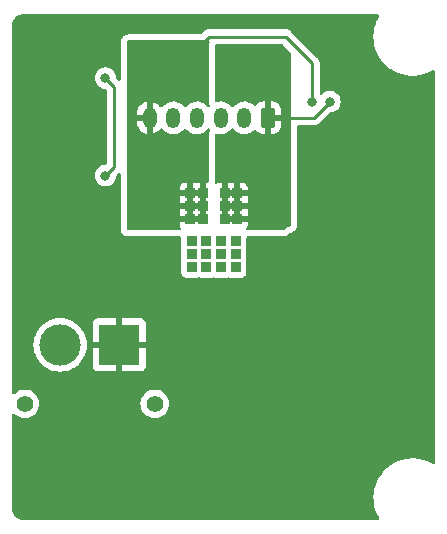
<source format=gbl>
%TF.GenerationSoftware,KiCad,Pcbnew,(6.0.7-1)-1*%
%TF.CreationDate,2023-02-20T21:04:04+08:00*%
%TF.ProjectId,driver,64726976-6572-42e6-9b69-6361645f7063,1.1*%
%TF.SameCoordinates,Original*%
%TF.FileFunction,Copper,L2,Bot*%
%TF.FilePolarity,Positive*%
%FSLAX46Y46*%
G04 Gerber Fmt 4.6, Leading zero omitted, Abs format (unit mm)*
G04 Created by KiCad (PCBNEW (6.0.7-1)-1) date 2023-02-20 21:04:04*
%MOMM*%
%LPD*%
G01*
G04 APERTURE LIST*
G04 Aperture macros list*
%AMRoundRect*
0 Rectangle with rounded corners*
0 $1 Rounding radius*
0 $2 $3 $4 $5 $6 $7 $8 $9 X,Y pos of 4 corners*
0 Add a 4 corners polygon primitive as box body*
4,1,4,$2,$3,$4,$5,$6,$7,$8,$9,$2,$3,0*
0 Add four circle primitives for the rounded corners*
1,1,$1+$1,$2,$3*
1,1,$1+$1,$4,$5*
1,1,$1+$1,$6,$7*
1,1,$1+$1,$8,$9*
0 Add four rect primitives between the rounded corners*
20,1,$1+$1,$2,$3,$4,$5,0*
20,1,$1+$1,$4,$5,$6,$7,0*
20,1,$1+$1,$6,$7,$8,$9,0*
20,1,$1+$1,$8,$9,$2,$3,0*%
G04 Aperture macros list end*
%TA.AperFunction,ComponentPad*%
%ADD10RoundRect,0.250000X0.350000X0.625000X-0.350000X0.625000X-0.350000X-0.625000X0.350000X-0.625000X0*%
%TD*%
%TA.AperFunction,ComponentPad*%
%ADD11O,1.200000X1.750000*%
%TD*%
%TA.AperFunction,ComponentPad*%
%ADD12R,0.808000X0.808000*%
%TD*%
%TA.AperFunction,ComponentPad*%
%ADD13C,1.400000*%
%TD*%
%TA.AperFunction,ComponentPad*%
%ADD14R,3.500000X3.500000*%
%TD*%
%TA.AperFunction,ComponentPad*%
%ADD15C,3.500000*%
%TD*%
%TA.AperFunction,ViaPad*%
%ADD16C,0.800000*%
%TD*%
%TA.AperFunction,Conductor*%
%ADD17C,0.250000*%
%TD*%
G04 APERTURE END LIST*
D10*
X115000000Y-95863750D03*
D11*
X113000000Y-95863750D03*
X111000000Y-95863750D03*
X109000000Y-95863750D03*
X107000000Y-95863750D03*
X105000000Y-95863750D03*
D12*
X112385000Y-104436150D03*
X111335000Y-104436150D03*
X112385000Y-103353150D03*
X111335000Y-103353150D03*
X112385000Y-102270150D03*
X111335000Y-102270150D03*
X109485000Y-104436150D03*
X108435000Y-104436150D03*
X109485000Y-103353150D03*
X108435000Y-103353150D03*
X109485000Y-102270150D03*
X108435000Y-102270150D03*
X112266250Y-108486150D03*
X111028750Y-108486150D03*
X109791250Y-108486150D03*
X108553750Y-108486150D03*
X112266250Y-107403150D03*
X111028750Y-107403150D03*
X109791250Y-107403150D03*
X108553750Y-107403150D03*
X112266250Y-106320150D03*
X111028750Y-106320150D03*
X109791250Y-106320150D03*
X108553750Y-106320150D03*
D13*
X94420700Y-120083750D03*
X105420700Y-120083750D03*
D14*
X102420700Y-115083750D03*
D15*
X97420700Y-115083750D03*
D16*
X101500000Y-102500000D03*
X118000000Y-100500000D03*
X100500000Y-103500000D03*
X121000000Y-96000000D03*
X118000000Y-101500000D03*
X100500000Y-104500000D03*
X119000000Y-98000000D03*
X118000000Y-98000000D03*
X121204491Y-104438350D03*
X95000000Y-91500000D03*
X121204491Y-106165550D03*
X101500000Y-104500000D03*
X101500000Y-103500000D03*
X100500000Y-102500000D03*
X122000000Y-97000000D03*
X99500000Y-91500000D03*
X121000000Y-97000000D03*
X118000000Y-97000000D03*
X119553491Y-109619950D03*
X117000000Y-106000000D03*
X122000000Y-96000000D03*
X120250000Y-94500000D03*
X101250000Y-100750000D03*
X101250000Y-92500000D03*
X118750000Y-94500000D03*
D17*
X99500000Y-91500000D02*
X95000000Y-91500000D01*
X115000000Y-95863750D02*
X118886250Y-95863750D01*
X118886250Y-95863750D02*
X120250000Y-94500000D01*
X102000000Y-100000000D02*
X101250000Y-100750000D01*
X102000000Y-93250000D02*
X102000000Y-100000000D01*
X101250000Y-92500000D02*
X102000000Y-93250000D01*
X116500000Y-89000000D02*
X118750000Y-91250000D01*
X105000000Y-95863750D02*
X105000000Y-94000000D01*
X105000000Y-94000000D02*
X110000000Y-89000000D01*
X118750000Y-91250000D02*
X118750000Y-94500000D01*
X110000000Y-89000000D02*
X116500000Y-89000000D01*
%TA.AperFunction,Conductor*%
G36*
X124380842Y-87120502D02*
G01*
X124427335Y-87174158D01*
X124437439Y-87244432D01*
X124422069Y-87287391D01*
X124422723Y-87287740D01*
X124309246Y-87500265D01*
X124254337Y-87603100D01*
X124253064Y-87606268D01*
X124253063Y-87606269D01*
X124165329Y-87824516D01*
X124120995Y-87934800D01*
X124120076Y-87938068D01*
X124120074Y-87938075D01*
X124025176Y-88275683D01*
X124024255Y-88278961D01*
X124023693Y-88282318D01*
X124023693Y-88282319D01*
X123982268Y-88529869D01*
X123965251Y-88631556D01*
X123944672Y-88988462D01*
X123962759Y-89345503D01*
X123963296Y-89348858D01*
X123963297Y-89348864D01*
X123977703Y-89438802D01*
X124019300Y-89698502D01*
X124113635Y-90043330D01*
X124244658Y-90375953D01*
X124246241Y-90378968D01*
X124409255Y-90689464D01*
X124409260Y-90689472D01*
X124410839Y-90692480D01*
X124610232Y-90989208D01*
X124840505Y-91262666D01*
X125098965Y-91509656D01*
X125170562Y-91564594D01*
X125348435Y-91701081D01*
X125382587Y-91727287D01*
X125385498Y-91729057D01*
X125385504Y-91729061D01*
X125414504Y-91746693D01*
X125688055Y-91913015D01*
X126011795Y-92064665D01*
X126015013Y-92065767D01*
X126015016Y-92065768D01*
X126346796Y-92179362D01*
X126346804Y-92179364D01*
X126350019Y-92180465D01*
X126698771Y-92259060D01*
X126747869Y-92264654D01*
X127050589Y-92299145D01*
X127050597Y-92299145D01*
X127053972Y-92299530D01*
X127057376Y-92299548D01*
X127057379Y-92299548D01*
X127251890Y-92300566D01*
X127411465Y-92301402D01*
X127414851Y-92301052D01*
X127414853Y-92301052D01*
X127763678Y-92265005D01*
X127763687Y-92265004D01*
X127767070Y-92264654D01*
X127770403Y-92263940D01*
X127770406Y-92263939D01*
X127878777Y-92240706D01*
X128116626Y-92189715D01*
X128456045Y-92077463D01*
X128781355Y-91929211D01*
X128959173Y-91823631D01*
X129027957Y-91806051D01*
X129095328Y-91828450D01*
X129139894Y-91883717D01*
X129149500Y-91931972D01*
X129149500Y-125068158D01*
X129129498Y-125136279D01*
X129075842Y-125182772D01*
X129005568Y-125192876D01*
X128958417Y-125176048D01*
X128804689Y-125083313D01*
X128804680Y-125083308D01*
X128801767Y-125081551D01*
X128787058Y-125074723D01*
X128480581Y-124932461D01*
X128480579Y-124932460D01*
X128477500Y-124931031D01*
X128474288Y-124929944D01*
X128474281Y-124929941D01*
X128142110Y-124817508D01*
X128142105Y-124817506D01*
X128138874Y-124816413D01*
X127789849Y-124739036D01*
X127664473Y-124725194D01*
X127437890Y-124700179D01*
X127437885Y-124700179D01*
X127434509Y-124699806D01*
X127431110Y-124699800D01*
X127431109Y-124699800D01*
X127262506Y-124699506D01*
X127077011Y-124699182D01*
X126943770Y-124713421D01*
X126724921Y-124736809D01*
X126724915Y-124736810D01*
X126721537Y-124737171D01*
X126372245Y-124813329D01*
X126033220Y-124926765D01*
X125708430Y-125076152D01*
X125705496Y-125077908D01*
X125705494Y-125077909D01*
X125699409Y-125081551D01*
X125401673Y-125259742D01*
X125116538Y-125475388D01*
X124856360Y-125720567D01*
X124624183Y-125992411D01*
X124422723Y-126287740D01*
X124254337Y-126603100D01*
X124120995Y-126934800D01*
X124024255Y-127278961D01*
X123965251Y-127631556D01*
X123944672Y-127988462D01*
X123962759Y-128345503D01*
X124019300Y-128698502D01*
X124113635Y-129043330D01*
X124244658Y-129375953D01*
X124246241Y-129378968D01*
X124386182Y-129645515D01*
X124410839Y-129692480D01*
X124418059Y-129703224D01*
X124439452Y-129770919D01*
X124420849Y-129839435D01*
X124368157Y-129887017D01*
X124313478Y-129899500D01*
X94322999Y-129899500D01*
X94308189Y-129898627D01*
X94278931Y-129895164D01*
X94273163Y-129895542D01*
X94245434Y-129897359D01*
X94224845Y-129897022D01*
X94148212Y-129889475D01*
X94086866Y-129883432D01*
X94062649Y-129878616D01*
X93917649Y-129834632D01*
X93894830Y-129825179D01*
X93761211Y-129753758D01*
X93740674Y-129740035D01*
X93623551Y-129643915D01*
X93606085Y-129626449D01*
X93509965Y-129509326D01*
X93496242Y-129488789D01*
X93424821Y-129355170D01*
X93415368Y-129332350D01*
X93412997Y-129324535D01*
X93371384Y-129187351D01*
X93366567Y-129163131D01*
X93360582Y-129102357D01*
X93354994Y-129045622D01*
X93354430Y-129029977D01*
X93355118Y-129003704D01*
X93355215Y-129000000D01*
X93351029Y-128954444D01*
X93350500Y-128942915D01*
X93350500Y-121026817D01*
X93370502Y-120958696D01*
X93424158Y-120912203D01*
X93494432Y-120902099D01*
X93559012Y-120931593D01*
X93565595Y-120937722D01*
X93640924Y-121013051D01*
X93814142Y-121134339D01*
X93819120Y-121136660D01*
X93819123Y-121136662D01*
X94000808Y-121221383D01*
X94005790Y-121223706D01*
X94011098Y-121225128D01*
X94011100Y-121225129D01*
X94204730Y-121277012D01*
X94204732Y-121277012D01*
X94210045Y-121278436D01*
X94420700Y-121296866D01*
X94631355Y-121278436D01*
X94636668Y-121277012D01*
X94636670Y-121277012D01*
X94830300Y-121225129D01*
X94830302Y-121225128D01*
X94835610Y-121223706D01*
X94840592Y-121221383D01*
X95022277Y-121136662D01*
X95022280Y-121136660D01*
X95027258Y-121134339D01*
X95200476Y-121013051D01*
X95350001Y-120863526D01*
X95471289Y-120690308D01*
X95560656Y-120498660D01*
X95615386Y-120294405D01*
X95633816Y-120083750D01*
X104207584Y-120083750D01*
X104226014Y-120294405D01*
X104280744Y-120498660D01*
X104370111Y-120690308D01*
X104491399Y-120863526D01*
X104640924Y-121013051D01*
X104814142Y-121134339D01*
X104819120Y-121136660D01*
X104819123Y-121136662D01*
X105000808Y-121221383D01*
X105005790Y-121223706D01*
X105011098Y-121225128D01*
X105011100Y-121225129D01*
X105204730Y-121277012D01*
X105204732Y-121277012D01*
X105210045Y-121278436D01*
X105420700Y-121296866D01*
X105631355Y-121278436D01*
X105636668Y-121277012D01*
X105636670Y-121277012D01*
X105830300Y-121225129D01*
X105830302Y-121225128D01*
X105835610Y-121223706D01*
X105840592Y-121221383D01*
X106022277Y-121136662D01*
X106022280Y-121136660D01*
X106027258Y-121134339D01*
X106200476Y-121013051D01*
X106350001Y-120863526D01*
X106471289Y-120690308D01*
X106560656Y-120498660D01*
X106615386Y-120294405D01*
X106633816Y-120083750D01*
X106615386Y-119873095D01*
X106560656Y-119668840D01*
X106471289Y-119477192D01*
X106350001Y-119303974D01*
X106200476Y-119154449D01*
X106027258Y-119033161D01*
X106022280Y-119030840D01*
X106022277Y-119030838D01*
X105840592Y-118946117D01*
X105840591Y-118946116D01*
X105835610Y-118943794D01*
X105830302Y-118942372D01*
X105830300Y-118942371D01*
X105636670Y-118890488D01*
X105636668Y-118890488D01*
X105631355Y-118889064D01*
X105420700Y-118870634D01*
X105210045Y-118889064D01*
X105204732Y-118890488D01*
X105204730Y-118890488D01*
X105011100Y-118942371D01*
X105011098Y-118942372D01*
X105005790Y-118943794D01*
X105000809Y-118946116D01*
X105000808Y-118946117D01*
X104819123Y-119030838D01*
X104819120Y-119030840D01*
X104814142Y-119033161D01*
X104640924Y-119154449D01*
X104491399Y-119303974D01*
X104370111Y-119477192D01*
X104280744Y-119668840D01*
X104226014Y-119873095D01*
X104207584Y-120083750D01*
X95633816Y-120083750D01*
X95615386Y-119873095D01*
X95560656Y-119668840D01*
X95471289Y-119477192D01*
X95350001Y-119303974D01*
X95200476Y-119154449D01*
X95027258Y-119033161D01*
X95022280Y-119030840D01*
X95022277Y-119030838D01*
X94840592Y-118946117D01*
X94840591Y-118946116D01*
X94835610Y-118943794D01*
X94830302Y-118942372D01*
X94830300Y-118942371D01*
X94636670Y-118890488D01*
X94636668Y-118890488D01*
X94631355Y-118889064D01*
X94420700Y-118870634D01*
X94210045Y-118889064D01*
X94204732Y-118890488D01*
X94204730Y-118890488D01*
X94011100Y-118942371D01*
X94011098Y-118942372D01*
X94005790Y-118943794D01*
X94000809Y-118946116D01*
X94000808Y-118946117D01*
X93819123Y-119030838D01*
X93819120Y-119030840D01*
X93814142Y-119033161D01*
X93640924Y-119154449D01*
X93565595Y-119229778D01*
X93503283Y-119263804D01*
X93432468Y-119258739D01*
X93375632Y-119216192D01*
X93350821Y-119149672D01*
X93350500Y-119140683D01*
X93350500Y-115083750D01*
X95157354Y-115083750D01*
X95157624Y-115087869D01*
X95174890Y-115351298D01*
X95176717Y-115379176D01*
X95234476Y-115669547D01*
X95329641Y-115949895D01*
X95460585Y-116215423D01*
X95625067Y-116461588D01*
X95627781Y-116464682D01*
X95627785Y-116464688D01*
X95817564Y-116681088D01*
X95820273Y-116684177D01*
X95823362Y-116686886D01*
X96039762Y-116876665D01*
X96039768Y-116876669D01*
X96042862Y-116879383D01*
X96046288Y-116881672D01*
X96046293Y-116881676D01*
X96127748Y-116936102D01*
X96289027Y-117043865D01*
X96292726Y-117045689D01*
X96292731Y-117045692D01*
X96377305Y-117087399D01*
X96554555Y-117174809D01*
X96558460Y-117176134D01*
X96558461Y-117176135D01*
X96830990Y-117268646D01*
X96830994Y-117268647D01*
X96834903Y-117269974D01*
X96838947Y-117270778D01*
X96838953Y-117270780D01*
X97121235Y-117326930D01*
X97121241Y-117326931D01*
X97125274Y-117327733D01*
X97129379Y-117328002D01*
X97129386Y-117328003D01*
X97416581Y-117346826D01*
X97420700Y-117347096D01*
X97424819Y-117346826D01*
X97712014Y-117328003D01*
X97712021Y-117328002D01*
X97716126Y-117327733D01*
X97720159Y-117326931D01*
X97720165Y-117326930D01*
X98002447Y-117270780D01*
X98002453Y-117270778D01*
X98006497Y-117269974D01*
X98010406Y-117268647D01*
X98010410Y-117268646D01*
X98282939Y-117176135D01*
X98282940Y-117176134D01*
X98286845Y-117174809D01*
X98464095Y-117087399D01*
X98548669Y-117045692D01*
X98548674Y-117045689D01*
X98552373Y-117043865D01*
X98713652Y-116936102D01*
X98795107Y-116881676D01*
X98795112Y-116881672D01*
X98798538Y-116879383D01*
X98799637Y-116878419D01*
X100162701Y-116878419D01*
X100163071Y-116885240D01*
X100168595Y-116936102D01*
X100172221Y-116951354D01*
X100217376Y-117071804D01*
X100225914Y-117087399D01*
X100302415Y-117189474D01*
X100314976Y-117202035D01*
X100417051Y-117278536D01*
X100432646Y-117287074D01*
X100553094Y-117332228D01*
X100568349Y-117335855D01*
X100619214Y-117341381D01*
X100626028Y-117341750D01*
X102148585Y-117341750D01*
X102163824Y-117337275D01*
X102165029Y-117335885D01*
X102166700Y-117328202D01*
X102166700Y-117323634D01*
X102674700Y-117323634D01*
X102679175Y-117338873D01*
X102680565Y-117340078D01*
X102688248Y-117341749D01*
X104215369Y-117341749D01*
X104222190Y-117341379D01*
X104273052Y-117335855D01*
X104288304Y-117332229D01*
X104408754Y-117287074D01*
X104424349Y-117278536D01*
X104526424Y-117202035D01*
X104538985Y-117189474D01*
X104615486Y-117087399D01*
X104624024Y-117071804D01*
X104669178Y-116951356D01*
X104672805Y-116936101D01*
X104678331Y-116885236D01*
X104678700Y-116878422D01*
X104678700Y-115355865D01*
X104674225Y-115340626D01*
X104672835Y-115339421D01*
X104665152Y-115337750D01*
X102692815Y-115337750D01*
X102677576Y-115342225D01*
X102676371Y-115343615D01*
X102674700Y-115351298D01*
X102674700Y-117323634D01*
X102166700Y-117323634D01*
X102166700Y-115355865D01*
X102162225Y-115340626D01*
X102160835Y-115339421D01*
X102153152Y-115337750D01*
X100180816Y-115337750D01*
X100165577Y-115342225D01*
X100164372Y-115343615D01*
X100162701Y-115351298D01*
X100162701Y-116878419D01*
X98799637Y-116878419D01*
X98801632Y-116876669D01*
X98801638Y-116876665D01*
X99018038Y-116686886D01*
X99021127Y-116684177D01*
X99023836Y-116681088D01*
X99213615Y-116464688D01*
X99213619Y-116464682D01*
X99216333Y-116461588D01*
X99380815Y-116215423D01*
X99511759Y-115949895D01*
X99606924Y-115669547D01*
X99664683Y-115379176D01*
X99666511Y-115351298D01*
X99683776Y-115087869D01*
X99684046Y-115083750D01*
X99682692Y-115063090D01*
X99666211Y-114811635D01*
X100162700Y-114811635D01*
X100167175Y-114826874D01*
X100168565Y-114828079D01*
X100176248Y-114829750D01*
X102148585Y-114829750D01*
X102163824Y-114825275D01*
X102165029Y-114823885D01*
X102166700Y-114816202D01*
X102166700Y-114811635D01*
X102674700Y-114811635D01*
X102679175Y-114826874D01*
X102680565Y-114828079D01*
X102688248Y-114829750D01*
X104660584Y-114829750D01*
X104675823Y-114825275D01*
X104677028Y-114823885D01*
X104678699Y-114816202D01*
X104678699Y-113289081D01*
X104678329Y-113282260D01*
X104672805Y-113231398D01*
X104669179Y-113216146D01*
X104624024Y-113095696D01*
X104615486Y-113080101D01*
X104538985Y-112978026D01*
X104526424Y-112965465D01*
X104424349Y-112888964D01*
X104408754Y-112880426D01*
X104288306Y-112835272D01*
X104273051Y-112831645D01*
X104222186Y-112826119D01*
X104215372Y-112825750D01*
X102692815Y-112825750D01*
X102677576Y-112830225D01*
X102676371Y-112831615D01*
X102674700Y-112839298D01*
X102674700Y-114811635D01*
X102166700Y-114811635D01*
X102166700Y-112843866D01*
X102162225Y-112828627D01*
X102160835Y-112827422D01*
X102153152Y-112825751D01*
X100626031Y-112825751D01*
X100619210Y-112826121D01*
X100568348Y-112831645D01*
X100553096Y-112835271D01*
X100432646Y-112880426D01*
X100417051Y-112888964D01*
X100314976Y-112965465D01*
X100302415Y-112978026D01*
X100225914Y-113080101D01*
X100217376Y-113095696D01*
X100172222Y-113216144D01*
X100168595Y-113231399D01*
X100163069Y-113282264D01*
X100162700Y-113289078D01*
X100162700Y-114811635D01*
X99666211Y-114811635D01*
X99664953Y-114792436D01*
X99664952Y-114792429D01*
X99664683Y-114788324D01*
X99606924Y-114497953D01*
X99511759Y-114217605D01*
X99380815Y-113952077D01*
X99216333Y-113705912D01*
X99213619Y-113702818D01*
X99213615Y-113702812D01*
X99023836Y-113486412D01*
X99021127Y-113483323D01*
X99018038Y-113480614D01*
X98801638Y-113290835D01*
X98801632Y-113290831D01*
X98798538Y-113288117D01*
X98795112Y-113285828D01*
X98795107Y-113285824D01*
X98555806Y-113125929D01*
X98552373Y-113123635D01*
X98548674Y-113121811D01*
X98548669Y-113121808D01*
X98412387Y-113054602D01*
X98286845Y-112992691D01*
X98282939Y-112991365D01*
X98010410Y-112898854D01*
X98010406Y-112898853D01*
X98006497Y-112897526D01*
X98002453Y-112896722D01*
X98002447Y-112896720D01*
X97720165Y-112840570D01*
X97720159Y-112840569D01*
X97716126Y-112839767D01*
X97712021Y-112839498D01*
X97712014Y-112839497D01*
X97424819Y-112820674D01*
X97420700Y-112820404D01*
X97416581Y-112820674D01*
X97129386Y-112839497D01*
X97129379Y-112839498D01*
X97125274Y-112839767D01*
X97121241Y-112840569D01*
X97121235Y-112840570D01*
X96838953Y-112896720D01*
X96838947Y-112896722D01*
X96834903Y-112897526D01*
X96830994Y-112898853D01*
X96830990Y-112898854D01*
X96558461Y-112991365D01*
X96554555Y-112992691D01*
X96429013Y-113054602D01*
X96292731Y-113121808D01*
X96292726Y-113121811D01*
X96289027Y-113123635D01*
X96285594Y-113125929D01*
X96046293Y-113285824D01*
X96046288Y-113285828D01*
X96042862Y-113288117D01*
X96039768Y-113290831D01*
X96039762Y-113290835D01*
X95823362Y-113480614D01*
X95820273Y-113483323D01*
X95817564Y-113486412D01*
X95627785Y-113702812D01*
X95627781Y-113702818D01*
X95625067Y-113705912D01*
X95460585Y-113952077D01*
X95329641Y-114217605D01*
X95234476Y-114497953D01*
X95176717Y-114788324D01*
X95176448Y-114792429D01*
X95176447Y-114792436D01*
X95158708Y-115063090D01*
X95157354Y-115083750D01*
X93350500Y-115083750D01*
X93350500Y-100750000D01*
X100336496Y-100750000D01*
X100356458Y-100939928D01*
X100415473Y-101121556D01*
X100510960Y-101286944D01*
X100638747Y-101428866D01*
X100793248Y-101541118D01*
X100799276Y-101543802D01*
X100799278Y-101543803D01*
X100961681Y-101616109D01*
X100967712Y-101618794D01*
X101061112Y-101638647D01*
X101148056Y-101657128D01*
X101148061Y-101657128D01*
X101154513Y-101658500D01*
X101345487Y-101658500D01*
X101351939Y-101657128D01*
X101351944Y-101657128D01*
X101438888Y-101638647D01*
X101532288Y-101618794D01*
X101538319Y-101616109D01*
X101700722Y-101543803D01*
X101700724Y-101543802D01*
X101706752Y-101541118D01*
X101861253Y-101428866D01*
X101989040Y-101286944D01*
X102084527Y-101121556D01*
X102143542Y-100939928D01*
X102160907Y-100774706D01*
X102187920Y-100709050D01*
X102197122Y-100698782D01*
X102317078Y-100578826D01*
X102379390Y-100544800D01*
X102450205Y-100549865D01*
X102507041Y-100592412D01*
X102531852Y-100658932D01*
X102532173Y-100667918D01*
X102532181Y-101998038D01*
X102532193Y-104164038D01*
X102532199Y-105252138D01*
X102532558Y-105255472D01*
X102532558Y-105255480D01*
X102543581Y-105357976D01*
X102543941Y-105361321D01*
X102555334Y-105413677D01*
X102590023Y-105517866D01*
X102669058Y-105640812D01*
X102715558Y-105694462D01*
X102826030Y-105790161D01*
X102910675Y-105828804D01*
X102954888Y-105848989D01*
X102954892Y-105848990D01*
X102958987Y-105850860D01*
X103027110Y-105870853D01*
X103031558Y-105871492D01*
X103031563Y-105871493D01*
X103167329Y-105890995D01*
X103167334Y-105890995D01*
X103171780Y-105891634D01*
X107515234Y-105891082D01*
X107583357Y-105911075D01*
X107629857Y-105964725D01*
X107641250Y-106017082D01*
X107641250Y-106772284D01*
X107648005Y-106834466D01*
X107648552Y-106835925D01*
X107648552Y-106887375D01*
X107648005Y-106888834D01*
X107641250Y-106951016D01*
X107641250Y-107855284D01*
X107648005Y-107917466D01*
X107648552Y-107918925D01*
X107648552Y-107970375D01*
X107648005Y-107971834D01*
X107641250Y-108034016D01*
X107641250Y-108938284D01*
X107648005Y-109000466D01*
X107699135Y-109136855D01*
X107786489Y-109253411D01*
X107903045Y-109340765D01*
X108039434Y-109391895D01*
X108101616Y-109398650D01*
X109005884Y-109398650D01*
X109068066Y-109391895D01*
X109128271Y-109369325D01*
X109199077Y-109364142D01*
X109216727Y-109369324D01*
X109276934Y-109391895D01*
X109339116Y-109398650D01*
X110243384Y-109398650D01*
X110305566Y-109391895D01*
X110365771Y-109369325D01*
X110436577Y-109364142D01*
X110454227Y-109369324D01*
X110514434Y-109391895D01*
X110576616Y-109398650D01*
X111480884Y-109398650D01*
X111543066Y-109391895D01*
X111603271Y-109369325D01*
X111674077Y-109364142D01*
X111691727Y-109369324D01*
X111751934Y-109391895D01*
X111814116Y-109398650D01*
X112718384Y-109398650D01*
X112780566Y-109391895D01*
X112916955Y-109340765D01*
X113033511Y-109253411D01*
X113120865Y-109136855D01*
X113171995Y-109000466D01*
X113178750Y-108938284D01*
X113178750Y-108034016D01*
X113171995Y-107971834D01*
X113171448Y-107970375D01*
X113171448Y-107918925D01*
X113171995Y-107917466D01*
X113178750Y-107855284D01*
X113178750Y-106951016D01*
X113171995Y-106888834D01*
X113171448Y-106887375D01*
X113171448Y-106835925D01*
X113171995Y-106834466D01*
X113178750Y-106772284D01*
X113178750Y-106017074D01*
X113198752Y-105948953D01*
X113252408Y-105902460D01*
X113304726Y-105891074D01*
X116282439Y-105890527D01*
X116350620Y-105885968D01*
X116352711Y-105885688D01*
X116352716Y-105885687D01*
X116381697Y-105881799D01*
X116381698Y-105881799D01*
X116383784Y-105881519D01*
X116385831Y-105881104D01*
X116385838Y-105881103D01*
X116444290Y-105869257D01*
X116450759Y-105867946D01*
X116456812Y-105865320D01*
X116456815Y-105865319D01*
X116507952Y-105843133D01*
X116584842Y-105809776D01*
X116645289Y-105772538D01*
X116680362Y-105743298D01*
X116690780Y-105736845D01*
X116690576Y-105736564D01*
X116790700Y-105663819D01*
X116813513Y-105650648D01*
X116865166Y-105627651D01*
X116890217Y-105619511D01*
X116910993Y-105615095D01*
X116945068Y-105607852D01*
X116946708Y-105607408D01*
X116946721Y-105607405D01*
X116997774Y-105593587D01*
X116999437Y-105593137D01*
X117001071Y-105592597D01*
X117024002Y-105585019D01*
X117024013Y-105585015D01*
X117025644Y-105584476D01*
X117078083Y-105563891D01*
X117200995Y-105484806D01*
X117254625Y-105438284D01*
X117338055Y-105341895D01*
X117344377Y-105334591D01*
X117344377Y-105334590D01*
X117350273Y-105327779D01*
X117410919Y-105194798D01*
X117430885Y-105126666D01*
X117451608Y-104981982D01*
X117451592Y-104950466D01*
X117447122Y-96623318D01*
X117467088Y-96555186D01*
X117520718Y-96508664D01*
X117573122Y-96497250D01*
X118807483Y-96497250D01*
X118818666Y-96497777D01*
X118826159Y-96499452D01*
X118834085Y-96499203D01*
X118834086Y-96499203D01*
X118894236Y-96497312D01*
X118898195Y-96497250D01*
X118926106Y-96497250D01*
X118930041Y-96496753D01*
X118930106Y-96496745D01*
X118941943Y-96495812D01*
X118974201Y-96494798D01*
X118978220Y-96494672D01*
X118986139Y-96494423D01*
X119005593Y-96488771D01*
X119024950Y-96484763D01*
X119037180Y-96483218D01*
X119037181Y-96483218D01*
X119045047Y-96482224D01*
X119052418Y-96479305D01*
X119052420Y-96479305D01*
X119086162Y-96465946D01*
X119097392Y-96462101D01*
X119132233Y-96451979D01*
X119132234Y-96451979D01*
X119139843Y-96449768D01*
X119146662Y-96445735D01*
X119146667Y-96445733D01*
X119157278Y-96439457D01*
X119175026Y-96430762D01*
X119193867Y-96423302D01*
X119229637Y-96397314D01*
X119239557Y-96390798D01*
X119270785Y-96372330D01*
X119270788Y-96372328D01*
X119277612Y-96368292D01*
X119291933Y-96353971D01*
X119306967Y-96341130D01*
X119316944Y-96333881D01*
X119323357Y-96329222D01*
X119328407Y-96323118D01*
X119328412Y-96323113D01*
X119351543Y-96295152D01*
X119359533Y-96286371D01*
X120200501Y-95445404D01*
X120262813Y-95411379D01*
X120289596Y-95408500D01*
X120345487Y-95408500D01*
X120351939Y-95407128D01*
X120351944Y-95407128D01*
X120451905Y-95385880D01*
X120532288Y-95368794D01*
X120538364Y-95366089D01*
X120700722Y-95293803D01*
X120700724Y-95293802D01*
X120706752Y-95291118D01*
X120861253Y-95178866D01*
X120934923Y-95097047D01*
X120984621Y-95041852D01*
X120984622Y-95041851D01*
X120989040Y-95036944D01*
X121084527Y-94871556D01*
X121143542Y-94689928D01*
X121163504Y-94500000D01*
X121143542Y-94310072D01*
X121084527Y-94128444D01*
X120989040Y-93963056D01*
X120861253Y-93821134D01*
X120706752Y-93708882D01*
X120700724Y-93706198D01*
X120700722Y-93706197D01*
X120538319Y-93633891D01*
X120538318Y-93633891D01*
X120532288Y-93631206D01*
X120438887Y-93611353D01*
X120351944Y-93592872D01*
X120351939Y-93592872D01*
X120345487Y-93591500D01*
X120154513Y-93591500D01*
X120148061Y-93592872D01*
X120148056Y-93592872D01*
X120061113Y-93611353D01*
X119967712Y-93631206D01*
X119961682Y-93633891D01*
X119961681Y-93633891D01*
X119799278Y-93706197D01*
X119799276Y-93706198D01*
X119793248Y-93708882D01*
X119638747Y-93821134D01*
X119634326Y-93826044D01*
X119634325Y-93826045D01*
X119603136Y-93860684D01*
X119542690Y-93897924D01*
X119471706Y-93896572D01*
X119412722Y-93857059D01*
X119384464Y-93791928D01*
X119383500Y-93776374D01*
X119383500Y-91328768D01*
X119384027Y-91317585D01*
X119385702Y-91310092D01*
X119383562Y-91242001D01*
X119383500Y-91238044D01*
X119383500Y-91210144D01*
X119382996Y-91206153D01*
X119382063Y-91194311D01*
X119380923Y-91158036D01*
X119380674Y-91150111D01*
X119375021Y-91130652D01*
X119371012Y-91111293D01*
X119370846Y-91109983D01*
X119368474Y-91091203D01*
X119365558Y-91083837D01*
X119365556Y-91083831D01*
X119352200Y-91050098D01*
X119348355Y-91038868D01*
X119338230Y-91004017D01*
X119338230Y-91004016D01*
X119336019Y-90996407D01*
X119325705Y-90978966D01*
X119317008Y-90961213D01*
X119312472Y-90949758D01*
X119309552Y-90942383D01*
X119283563Y-90906612D01*
X119277047Y-90896692D01*
X119258578Y-90865463D01*
X119254542Y-90858638D01*
X119240221Y-90844317D01*
X119227380Y-90829283D01*
X119220131Y-90819306D01*
X119215472Y-90812893D01*
X119181395Y-90784702D01*
X119172616Y-90776712D01*
X117003652Y-88607747D01*
X116996112Y-88599461D01*
X116992000Y-88592982D01*
X116942348Y-88546356D01*
X116939507Y-88543602D01*
X116919770Y-88523865D01*
X116916573Y-88521385D01*
X116907551Y-88513680D01*
X116894122Y-88501069D01*
X116875321Y-88483414D01*
X116868375Y-88479595D01*
X116868372Y-88479593D01*
X116857566Y-88473652D01*
X116841047Y-88462801D01*
X116840583Y-88462441D01*
X116825041Y-88450386D01*
X116817772Y-88447241D01*
X116817768Y-88447238D01*
X116784463Y-88432826D01*
X116773813Y-88427609D01*
X116735060Y-88406305D01*
X116715437Y-88401267D01*
X116696734Y-88394863D01*
X116685420Y-88389967D01*
X116685419Y-88389967D01*
X116678145Y-88386819D01*
X116670322Y-88385580D01*
X116670312Y-88385577D01*
X116634476Y-88379901D01*
X116622856Y-88377495D01*
X116587711Y-88368472D01*
X116587710Y-88368472D01*
X116580030Y-88366500D01*
X116559776Y-88366500D01*
X116540065Y-88364949D01*
X116527886Y-88363020D01*
X116520057Y-88361780D01*
X116490786Y-88364547D01*
X116476039Y-88365941D01*
X116464181Y-88366500D01*
X110078767Y-88366500D01*
X110067584Y-88365973D01*
X110060091Y-88364298D01*
X110052165Y-88364547D01*
X110052164Y-88364547D01*
X109992001Y-88366438D01*
X109988043Y-88366500D01*
X109960144Y-88366500D01*
X109956154Y-88367004D01*
X109944320Y-88367936D01*
X109900111Y-88369326D01*
X109892497Y-88371538D01*
X109892492Y-88371539D01*
X109880659Y-88374977D01*
X109861296Y-88378988D01*
X109841203Y-88381526D01*
X109833836Y-88384443D01*
X109833831Y-88384444D01*
X109800092Y-88397802D01*
X109788865Y-88401646D01*
X109746407Y-88413982D01*
X109739581Y-88418019D01*
X109728972Y-88424293D01*
X109711224Y-88432988D01*
X109692383Y-88440448D01*
X109685967Y-88445110D01*
X109685966Y-88445110D01*
X109656613Y-88466436D01*
X109646693Y-88472952D01*
X109615465Y-88491420D01*
X109615462Y-88491422D01*
X109608638Y-88495458D01*
X109594317Y-88509779D01*
X109579284Y-88522619D01*
X109562893Y-88534528D01*
X109554217Y-88545016D01*
X109534702Y-88568605D01*
X109526712Y-88577384D01*
X109342476Y-88761620D01*
X109280164Y-88795646D01*
X109253400Y-88798525D01*
X103171526Y-88799298D01*
X103062402Y-88811041D01*
X103010075Y-88822428D01*
X103006873Y-88823494D01*
X103006869Y-88823495D01*
X102913427Y-88854600D01*
X102913424Y-88854601D01*
X102905945Y-88857091D01*
X102782990Y-88936110D01*
X102779598Y-88939049D01*
X102779593Y-88939053D01*
X102732729Y-88979662D01*
X102729335Y-88982603D01*
X102633625Y-89093060D01*
X102572909Y-89226009D01*
X102552907Y-89294130D01*
X102552267Y-89298578D01*
X102552266Y-89298585D01*
X102532746Y-89434355D01*
X102532107Y-89438802D01*
X102532107Y-89443298D01*
X102532125Y-92582029D01*
X102512123Y-92650150D01*
X102458468Y-92696643D01*
X102388194Y-92706748D01*
X102323613Y-92677255D01*
X102317030Y-92671125D01*
X102197122Y-92551217D01*
X102163096Y-92488905D01*
X102160907Y-92475292D01*
X102144232Y-92316635D01*
X102144232Y-92316633D01*
X102143542Y-92310072D01*
X102084527Y-92128444D01*
X101989040Y-91963056D01*
X101861253Y-91821134D01*
X101706752Y-91708882D01*
X101700724Y-91706198D01*
X101700722Y-91706197D01*
X101538319Y-91633891D01*
X101538318Y-91633891D01*
X101532288Y-91631206D01*
X101438887Y-91611353D01*
X101351944Y-91592872D01*
X101351939Y-91592872D01*
X101345487Y-91591500D01*
X101154513Y-91591500D01*
X101148061Y-91592872D01*
X101148056Y-91592872D01*
X101061113Y-91611353D01*
X100967712Y-91631206D01*
X100961682Y-91633891D01*
X100961681Y-91633891D01*
X100799278Y-91706197D01*
X100799276Y-91706198D01*
X100793248Y-91708882D01*
X100638747Y-91821134D01*
X100510960Y-91963056D01*
X100415473Y-92128444D01*
X100356458Y-92310072D01*
X100336496Y-92500000D01*
X100356458Y-92689928D01*
X100415473Y-92871556D01*
X100510960Y-93036944D01*
X100638747Y-93178866D01*
X100793248Y-93291118D01*
X100799276Y-93293802D01*
X100799278Y-93293803D01*
X100961681Y-93366109D01*
X100967712Y-93368794D01*
X101061113Y-93388647D01*
X101148056Y-93407128D01*
X101148061Y-93407128D01*
X101154513Y-93408500D01*
X101210406Y-93408500D01*
X101278527Y-93428502D01*
X101299501Y-93445405D01*
X101329595Y-93475499D01*
X101363621Y-93537811D01*
X101366500Y-93564594D01*
X101366500Y-99685405D01*
X101346498Y-99753526D01*
X101329595Y-99774500D01*
X101299500Y-99804595D01*
X101237188Y-99838621D01*
X101210405Y-99841500D01*
X101154513Y-99841500D01*
X101148061Y-99842872D01*
X101148056Y-99842872D01*
X101061112Y-99861353D01*
X100967712Y-99881206D01*
X100961682Y-99883891D01*
X100961681Y-99883891D01*
X100799278Y-99956197D01*
X100799276Y-99956198D01*
X100793248Y-99958882D01*
X100638747Y-100071134D01*
X100510960Y-100213056D01*
X100415473Y-100378444D01*
X100356458Y-100560072D01*
X100355768Y-100566633D01*
X100355768Y-100566635D01*
X100345123Y-100667920D01*
X100336496Y-100750000D01*
X93350500Y-100750000D01*
X93350500Y-88088998D01*
X93351804Y-88070917D01*
X93353168Y-88061513D01*
X93353168Y-88061508D01*
X93353700Y-88057842D01*
X93355215Y-88000000D01*
X93354788Y-87995353D01*
X93354037Y-87987176D01*
X93354115Y-87963298D01*
X93366567Y-87836868D01*
X93371386Y-87812642D01*
X93415369Y-87667650D01*
X93424821Y-87644830D01*
X93496242Y-87511211D01*
X93509965Y-87490674D01*
X93606085Y-87373551D01*
X93623551Y-87356085D01*
X93740674Y-87259965D01*
X93761211Y-87246242D01*
X93764598Y-87244432D01*
X93894830Y-87174821D01*
X93917650Y-87165368D01*
X94062649Y-87121384D01*
X94086866Y-87116568D01*
X94205585Y-87104875D01*
X94217705Y-87104438D01*
X94221069Y-87104836D01*
X94226837Y-87104458D01*
X94226838Y-87104458D01*
X94283106Y-87100770D01*
X94291347Y-87100500D01*
X124312721Y-87100500D01*
X124380842Y-87120502D01*
G37*
%TD.AperFunction*%
%TA.AperFunction,Conductor*%
G36*
X110004871Y-89331930D02*
G01*
X110051371Y-89385580D01*
X110061484Y-89455853D01*
X110051382Y-89490269D01*
X110025598Y-89546736D01*
X110005599Y-89614858D01*
X109984805Y-89759525D01*
X109984805Y-89764023D01*
X109984875Y-91591500D01*
X109984982Y-94409422D01*
X109985547Y-94433475D01*
X109986100Y-94445258D01*
X109987787Y-94469222D01*
X110022030Y-94611312D01*
X110048317Y-94677263D01*
X110090459Y-94750511D01*
X110113989Y-94791409D01*
X110130623Y-94860430D01*
X110110628Y-94922590D01*
X110105256Y-94930910D01*
X110051501Y-94977289D01*
X109981206Y-94987243D01*
X109916688Y-94957613D01*
X109900317Y-94940397D01*
X109886330Y-94922590D01*
X109806396Y-94820830D01*
X109801865Y-94816898D01*
X109801862Y-94816895D01*
X109651167Y-94686129D01*
X109646637Y-94682198D01*
X109641451Y-94679198D01*
X109641447Y-94679195D01*
X109468742Y-94579283D01*
X109463546Y-94576277D01*
X109263729Y-94506889D01*
X109257794Y-94506028D01*
X109257792Y-94506028D01*
X109060336Y-94477398D01*
X109060333Y-94477398D01*
X109054396Y-94476537D01*
X108843101Y-94486317D01*
X108730466Y-94513462D01*
X108643299Y-94534469D01*
X108643297Y-94534470D01*
X108637466Y-94535875D01*
X108632008Y-94538357D01*
X108632004Y-94538358D01*
X108540990Y-94579740D01*
X108444913Y-94623424D01*
X108272389Y-94745804D01*
X108126119Y-94898600D01*
X108122866Y-94903638D01*
X108105254Y-94930913D01*
X108051499Y-94977290D01*
X107981203Y-94987243D01*
X107916686Y-94957611D01*
X107900317Y-94940397D01*
X107886330Y-94922590D01*
X107806396Y-94820830D01*
X107801865Y-94816898D01*
X107801862Y-94816895D01*
X107651167Y-94686129D01*
X107646637Y-94682198D01*
X107641451Y-94679198D01*
X107641447Y-94679195D01*
X107468742Y-94579283D01*
X107463546Y-94576277D01*
X107263729Y-94506889D01*
X107257794Y-94506028D01*
X107257792Y-94506028D01*
X107060336Y-94477398D01*
X107060333Y-94477398D01*
X107054396Y-94476537D01*
X106843101Y-94486317D01*
X106730466Y-94513462D01*
X106643299Y-94534469D01*
X106643297Y-94534470D01*
X106637466Y-94535875D01*
X106632008Y-94538357D01*
X106632004Y-94538358D01*
X106540990Y-94579740D01*
X106444913Y-94623424D01*
X106272389Y-94745804D01*
X106126119Y-94898600D01*
X106122870Y-94903631D01*
X106122865Y-94903638D01*
X106104967Y-94931357D01*
X106051211Y-94977734D01*
X105980915Y-94987687D01*
X105916398Y-94958054D01*
X105900030Y-94940841D01*
X105809738Y-94825893D01*
X105801501Y-94817244D01*
X105650877Y-94686538D01*
X105641153Y-94679603D01*
X105468533Y-94579740D01*
X105457669Y-94574766D01*
X105269273Y-94509343D01*
X105268284Y-94509102D01*
X105257992Y-94510570D01*
X105254000Y-94524135D01*
X105254000Y-97199152D01*
X105257973Y-97212683D01*
X105267399Y-97214038D01*
X105356537Y-97192556D01*
X105367832Y-97188667D01*
X105549382Y-97106121D01*
X105559724Y-97100174D01*
X105722397Y-96984782D01*
X105731425Y-96976989D01*
X105869342Y-96832919D01*
X105876741Y-96823550D01*
X105894418Y-96796173D01*
X105948172Y-96749795D01*
X106018468Y-96739841D01*
X106082985Y-96769472D01*
X106099356Y-96786687D01*
X106193604Y-96906670D01*
X106198135Y-96910602D01*
X106198138Y-96910605D01*
X106283620Y-96984782D01*
X106353363Y-97045302D01*
X106358549Y-97048302D01*
X106358553Y-97048305D01*
X106520665Y-97142089D01*
X106536454Y-97151223D01*
X106736271Y-97220611D01*
X106742206Y-97221472D01*
X106742208Y-97221472D01*
X106939664Y-97250102D01*
X106939667Y-97250102D01*
X106945604Y-97250963D01*
X107156899Y-97241183D01*
X107288077Y-97209569D01*
X107356701Y-97193031D01*
X107356703Y-97193030D01*
X107362534Y-97191625D01*
X107367992Y-97189143D01*
X107367996Y-97189142D01*
X107483041Y-97136834D01*
X107555087Y-97104076D01*
X107727611Y-96981696D01*
X107873881Y-96828900D01*
X107877688Y-96823005D01*
X107894746Y-96796587D01*
X107948501Y-96750210D01*
X108018797Y-96740257D01*
X108083314Y-96769889D01*
X108099681Y-96787101D01*
X108193604Y-96906670D01*
X108198135Y-96910602D01*
X108198138Y-96910605D01*
X108283620Y-96984782D01*
X108353363Y-97045302D01*
X108358549Y-97048302D01*
X108358553Y-97048305D01*
X108520665Y-97142089D01*
X108536454Y-97151223D01*
X108736271Y-97220611D01*
X108742206Y-97221472D01*
X108742208Y-97221472D01*
X108939664Y-97250102D01*
X108939667Y-97250102D01*
X108945604Y-97250963D01*
X109156899Y-97241183D01*
X109288077Y-97209569D01*
X109356701Y-97193031D01*
X109356703Y-97193030D01*
X109362534Y-97191625D01*
X109367992Y-97189143D01*
X109367996Y-97189142D01*
X109483041Y-97136834D01*
X109555087Y-97104076D01*
X109727611Y-96981696D01*
X109873881Y-96828900D01*
X109877688Y-96823005D01*
X109894746Y-96796587D01*
X109948501Y-96750210D01*
X110018797Y-96740257D01*
X110083314Y-96769889D01*
X110099681Y-96787101D01*
X110104377Y-96793079D01*
X110130729Y-96859004D01*
X110117255Y-96928710D01*
X110100521Y-96953422D01*
X110086595Y-96969495D01*
X110082850Y-96977697D01*
X110050609Y-97048305D01*
X110025886Y-97102447D01*
X110005887Y-97170569D01*
X110005248Y-97175017D01*
X110005247Y-97175020D01*
X109999639Y-97214038D01*
X109985093Y-97315236D01*
X109985093Y-97319734D01*
X109985242Y-101232145D01*
X109965243Y-101300267D01*
X109911589Y-101346762D01*
X109859242Y-101358150D01*
X109757115Y-101358150D01*
X109741876Y-101362625D01*
X109740671Y-101364015D01*
X109739000Y-101371698D01*
X109739000Y-104564150D01*
X109718998Y-104632271D01*
X109665342Y-104678764D01*
X109613000Y-104690150D01*
X107541116Y-104690150D01*
X107525877Y-104694625D01*
X107524672Y-104696015D01*
X107523001Y-104703698D01*
X107523001Y-104884819D01*
X107523371Y-104891640D01*
X107528895Y-104942502D01*
X107532521Y-104957754D01*
X107577676Y-105078204D01*
X107586214Y-105093799D01*
X107647830Y-105176013D01*
X107672678Y-105242520D01*
X107657625Y-105311902D01*
X107607451Y-105362132D01*
X107547020Y-105377578D01*
X103292192Y-105378119D01*
X103171715Y-105378134D01*
X103103592Y-105358141D01*
X103057092Y-105304491D01*
X103045699Y-105252135D01*
X103045698Y-104957754D01*
X103045693Y-104164035D01*
X107523000Y-104164035D01*
X107527475Y-104179274D01*
X107528865Y-104180479D01*
X107536548Y-104182150D01*
X108162885Y-104182150D01*
X108178124Y-104177675D01*
X108179329Y-104176285D01*
X108181000Y-104168602D01*
X108181000Y-104164035D01*
X108689000Y-104164035D01*
X108693475Y-104179274D01*
X108694865Y-104180479D01*
X108702548Y-104182150D01*
X109212885Y-104182150D01*
X109228124Y-104177675D01*
X109229329Y-104176285D01*
X109231000Y-104168602D01*
X109231000Y-103625265D01*
X109226525Y-103610026D01*
X109225135Y-103608821D01*
X109217452Y-103607150D01*
X108707115Y-103607150D01*
X108691876Y-103611625D01*
X108690671Y-103613015D01*
X108689000Y-103620698D01*
X108689000Y-104164035D01*
X108181000Y-104164035D01*
X108181000Y-103625265D01*
X108176525Y-103610026D01*
X108175135Y-103608821D01*
X108167452Y-103607150D01*
X107541116Y-103607150D01*
X107525877Y-103611625D01*
X107524672Y-103613015D01*
X107523001Y-103620698D01*
X107523001Y-103801819D01*
X107523371Y-103808640D01*
X107528895Y-103859504D01*
X107530322Y-103865506D01*
X107530322Y-103923794D01*
X107528895Y-103929796D01*
X107523369Y-103980664D01*
X107523000Y-103987478D01*
X107523000Y-104164035D01*
X103045693Y-104164035D01*
X103045687Y-103081035D01*
X107523000Y-103081035D01*
X107527475Y-103096274D01*
X107528865Y-103097479D01*
X107536548Y-103099150D01*
X108162885Y-103099150D01*
X108178124Y-103094675D01*
X108179329Y-103093285D01*
X108181000Y-103085602D01*
X108181000Y-103081035D01*
X108689000Y-103081035D01*
X108693475Y-103096274D01*
X108694865Y-103097479D01*
X108702548Y-103099150D01*
X109212885Y-103099150D01*
X109228124Y-103094675D01*
X109229329Y-103093285D01*
X109231000Y-103085602D01*
X109231000Y-102542265D01*
X109226525Y-102527026D01*
X109225135Y-102525821D01*
X109217452Y-102524150D01*
X108707115Y-102524150D01*
X108691876Y-102528625D01*
X108690671Y-102530015D01*
X108689000Y-102537698D01*
X108689000Y-103081035D01*
X108181000Y-103081035D01*
X108181000Y-102542265D01*
X108176525Y-102527026D01*
X108175135Y-102525821D01*
X108167452Y-102524150D01*
X107541116Y-102524150D01*
X107525877Y-102528625D01*
X107524672Y-102530015D01*
X107523001Y-102537698D01*
X107523001Y-102718819D01*
X107523371Y-102725640D01*
X107528895Y-102776504D01*
X107530322Y-102782506D01*
X107530322Y-102840794D01*
X107528895Y-102846796D01*
X107523369Y-102897664D01*
X107523000Y-102904478D01*
X107523000Y-103081035D01*
X103045687Y-103081035D01*
X103045681Y-101998035D01*
X107523000Y-101998035D01*
X107527475Y-102013274D01*
X107528865Y-102014479D01*
X107536548Y-102016150D01*
X108162885Y-102016150D01*
X108178124Y-102011675D01*
X108179329Y-102010285D01*
X108181000Y-102002602D01*
X108181000Y-101998035D01*
X108689000Y-101998035D01*
X108693475Y-102013274D01*
X108694865Y-102014479D01*
X108702548Y-102016150D01*
X109212885Y-102016150D01*
X109228124Y-102011675D01*
X109229329Y-102010285D01*
X109231000Y-102002602D01*
X109231000Y-101376266D01*
X109226525Y-101361027D01*
X109225135Y-101359822D01*
X109217452Y-101358151D01*
X109036331Y-101358151D01*
X109029509Y-101358521D01*
X108973607Y-101364592D01*
X108946395Y-101364592D01*
X108890488Y-101358519D01*
X108883672Y-101358150D01*
X108707115Y-101358150D01*
X108691876Y-101362625D01*
X108690671Y-101364015D01*
X108689000Y-101371698D01*
X108689000Y-101998035D01*
X108181000Y-101998035D01*
X108181000Y-101376266D01*
X108176525Y-101361027D01*
X108175135Y-101359822D01*
X108167452Y-101358151D01*
X107986331Y-101358151D01*
X107979510Y-101358521D01*
X107928648Y-101364045D01*
X107913396Y-101367671D01*
X107792946Y-101412826D01*
X107777351Y-101421364D01*
X107675276Y-101497865D01*
X107662715Y-101510426D01*
X107586214Y-101612501D01*
X107577676Y-101628096D01*
X107532522Y-101748544D01*
X107528895Y-101763799D01*
X107523369Y-101814664D01*
X107523000Y-101821478D01*
X107523000Y-101998035D01*
X103045681Y-101998035D01*
X103045650Y-96749795D01*
X103045647Y-96188582D01*
X103892000Y-96188582D01*
X103892285Y-96194558D01*
X103906471Y-96343244D01*
X103908730Y-96354978D01*
X103964872Y-96546349D01*
X103969302Y-96557425D01*
X104060619Y-96734728D01*
X104067069Y-96744774D01*
X104190262Y-96901607D01*
X104198499Y-96910256D01*
X104349123Y-97040962D01*
X104358847Y-97047897D01*
X104531467Y-97147760D01*
X104542331Y-97152734D01*
X104730727Y-97218157D01*
X104731716Y-97218398D01*
X104742008Y-97216930D01*
X104746000Y-97203365D01*
X104746000Y-96135865D01*
X104741525Y-96120626D01*
X104740135Y-96119421D01*
X104732452Y-96117750D01*
X103910115Y-96117750D01*
X103894876Y-96122225D01*
X103893671Y-96123615D01*
X103892000Y-96131298D01*
X103892000Y-96188582D01*
X103045647Y-96188582D01*
X103045643Y-95591635D01*
X103892000Y-95591635D01*
X103896475Y-95606874D01*
X103897865Y-95608079D01*
X103905548Y-95609750D01*
X104727885Y-95609750D01*
X104743124Y-95605275D01*
X104744329Y-95603885D01*
X104746000Y-95596202D01*
X104746000Y-94528348D01*
X104742027Y-94514817D01*
X104732601Y-94513462D01*
X104643463Y-94534944D01*
X104632168Y-94538833D01*
X104450618Y-94621379D01*
X104440276Y-94627326D01*
X104277603Y-94742718D01*
X104268575Y-94750511D01*
X104130658Y-94894581D01*
X104123262Y-94903946D01*
X104015079Y-95071491D01*
X104009583Y-95082095D01*
X103935039Y-95267062D01*
X103931645Y-95278520D01*
X103893143Y-95475678D01*
X103892066Y-95484541D01*
X103892000Y-95487250D01*
X103892000Y-95591635D01*
X103045643Y-95591635D01*
X103045607Y-89438799D01*
X103065609Y-89370678D01*
X103119264Y-89324185D01*
X103171591Y-89312798D01*
X103364660Y-89312773D01*
X109936750Y-89311938D01*
X110004871Y-89331930D01*
G37*
%TD.AperFunction*%
%TA.AperFunction,Conductor*%
G36*
X116253527Y-89653502D02*
G01*
X116274501Y-89670405D01*
X116893364Y-90289268D01*
X116927390Y-90351580D01*
X116930269Y-90378292D01*
X116935815Y-100709651D01*
X116938108Y-104982258D01*
X116918142Y-105050390D01*
X116864512Y-105096912D01*
X116838305Y-105105573D01*
X116717712Y-105131206D01*
X116711682Y-105133891D01*
X116711681Y-105133891D01*
X116549278Y-105206197D01*
X116549276Y-105206198D01*
X116543248Y-105208882D01*
X116388747Y-105321134D01*
X116384328Y-105326042D01*
X116375956Y-105335340D01*
X116315509Y-105372578D01*
X116282345Y-105377027D01*
X114289589Y-105377393D01*
X113273017Y-105377580D01*
X113204894Y-105357590D01*
X113158391Y-105303943D01*
X113148274Y-105233671D01*
X113172168Y-105176016D01*
X113233787Y-105093798D01*
X113242324Y-105078204D01*
X113287478Y-104957756D01*
X113291105Y-104942501D01*
X113296631Y-104891636D01*
X113297000Y-104884822D01*
X113297000Y-104708265D01*
X113292525Y-104693026D01*
X113291135Y-104691821D01*
X113283452Y-104690150D01*
X111207000Y-104690150D01*
X111138879Y-104670148D01*
X111092386Y-104616492D01*
X111081000Y-104564150D01*
X111081000Y-104164035D01*
X111589000Y-104164035D01*
X111593475Y-104179274D01*
X111594865Y-104180479D01*
X111602548Y-104182150D01*
X112112885Y-104182150D01*
X112128124Y-104177675D01*
X112129329Y-104176285D01*
X112131000Y-104168602D01*
X112131000Y-104164035D01*
X112639000Y-104164035D01*
X112643475Y-104179274D01*
X112644865Y-104180479D01*
X112652548Y-104182150D01*
X113278884Y-104182150D01*
X113294123Y-104177675D01*
X113295328Y-104176285D01*
X113296999Y-104168602D01*
X113296999Y-103987481D01*
X113296629Y-103980660D01*
X113291105Y-103929799D01*
X113289677Y-103923791D01*
X113289679Y-103865503D01*
X113291105Y-103859507D01*
X113296631Y-103808636D01*
X113297000Y-103801822D01*
X113297000Y-103625265D01*
X113292525Y-103610026D01*
X113291135Y-103608821D01*
X113283452Y-103607150D01*
X112657115Y-103607150D01*
X112641876Y-103611625D01*
X112640671Y-103613015D01*
X112639000Y-103620698D01*
X112639000Y-104164035D01*
X112131000Y-104164035D01*
X112131000Y-103625265D01*
X112126525Y-103610026D01*
X112125135Y-103608821D01*
X112117452Y-103607150D01*
X111607115Y-103607150D01*
X111591876Y-103611625D01*
X111590671Y-103613015D01*
X111589000Y-103620698D01*
X111589000Y-104164035D01*
X111081000Y-104164035D01*
X111081000Y-103081035D01*
X111589000Y-103081035D01*
X111593475Y-103096274D01*
X111594865Y-103097479D01*
X111602548Y-103099150D01*
X112112885Y-103099150D01*
X112128124Y-103094675D01*
X112129329Y-103093285D01*
X112131000Y-103085602D01*
X112131000Y-103081035D01*
X112639000Y-103081035D01*
X112643475Y-103096274D01*
X112644865Y-103097479D01*
X112652548Y-103099150D01*
X113278884Y-103099150D01*
X113294123Y-103094675D01*
X113295328Y-103093285D01*
X113296999Y-103085602D01*
X113296999Y-102904481D01*
X113296629Y-102897660D01*
X113291105Y-102846799D01*
X113289677Y-102840791D01*
X113289679Y-102782503D01*
X113291105Y-102776507D01*
X113296631Y-102725636D01*
X113297000Y-102718822D01*
X113297000Y-102542265D01*
X113292525Y-102527026D01*
X113291135Y-102525821D01*
X113283452Y-102524150D01*
X112657115Y-102524150D01*
X112641876Y-102528625D01*
X112640671Y-102530015D01*
X112639000Y-102537698D01*
X112639000Y-103081035D01*
X112131000Y-103081035D01*
X112131000Y-102542265D01*
X112126525Y-102527026D01*
X112125135Y-102525821D01*
X112117452Y-102524150D01*
X111607115Y-102524150D01*
X111591876Y-102528625D01*
X111590671Y-102530015D01*
X111589000Y-102537698D01*
X111589000Y-103081035D01*
X111081000Y-103081035D01*
X111081000Y-101998035D01*
X111589000Y-101998035D01*
X111593475Y-102013274D01*
X111594865Y-102014479D01*
X111602548Y-102016150D01*
X112112885Y-102016150D01*
X112128124Y-102011675D01*
X112129329Y-102010285D01*
X112131000Y-102002602D01*
X112131000Y-101998035D01*
X112639000Y-101998035D01*
X112643475Y-102013274D01*
X112644865Y-102014479D01*
X112652548Y-102016150D01*
X113278884Y-102016150D01*
X113294123Y-102011675D01*
X113295328Y-102010285D01*
X113296999Y-102002602D01*
X113296999Y-101821481D01*
X113296629Y-101814660D01*
X113291105Y-101763798D01*
X113287479Y-101748546D01*
X113242324Y-101628096D01*
X113233786Y-101612501D01*
X113157285Y-101510426D01*
X113144724Y-101497865D01*
X113042649Y-101421364D01*
X113027054Y-101412826D01*
X112906606Y-101367672D01*
X112891351Y-101364045D01*
X112840486Y-101358519D01*
X112833672Y-101358150D01*
X112657115Y-101358150D01*
X112641876Y-101362625D01*
X112640671Y-101364015D01*
X112639000Y-101371698D01*
X112639000Y-101998035D01*
X112131000Y-101998035D01*
X112131000Y-101376266D01*
X112126525Y-101361027D01*
X112125135Y-101359822D01*
X112117452Y-101358151D01*
X111936331Y-101358151D01*
X111929509Y-101358521D01*
X111873607Y-101364592D01*
X111846395Y-101364592D01*
X111790488Y-101358519D01*
X111783672Y-101358150D01*
X111607115Y-101358150D01*
X111591876Y-101362625D01*
X111590671Y-101364015D01*
X111589000Y-101371698D01*
X111589000Y-101998035D01*
X111081000Y-101998035D01*
X111081000Y-101376266D01*
X111076525Y-101361027D01*
X111075135Y-101359822D01*
X111067452Y-101358151D01*
X110886331Y-101358151D01*
X110879510Y-101358521D01*
X110828648Y-101364045D01*
X110813396Y-101367671D01*
X110692944Y-101412827D01*
X110685256Y-101417036D01*
X110615899Y-101432206D01*
X110549351Y-101407471D01*
X110506739Y-101350684D01*
X110498745Y-101306522D01*
X110498593Y-97315216D01*
X110518592Y-97247094D01*
X110572246Y-97200599D01*
X110642520Y-97190493D01*
X110665926Y-97196184D01*
X110730597Y-97218642D01*
X110730610Y-97218645D01*
X110736271Y-97220611D01*
X110742206Y-97221472D01*
X110742208Y-97221472D01*
X110939664Y-97250102D01*
X110939667Y-97250102D01*
X110945604Y-97250963D01*
X111156899Y-97241183D01*
X111290928Y-97208882D01*
X111356701Y-97193031D01*
X111356703Y-97193030D01*
X111362534Y-97191625D01*
X111367992Y-97189143D01*
X111367996Y-97189142D01*
X111495418Y-97131206D01*
X111555087Y-97104076D01*
X111727611Y-96981696D01*
X111873881Y-96828900D01*
X111877688Y-96823005D01*
X111894746Y-96796587D01*
X111948501Y-96750210D01*
X112018797Y-96740257D01*
X112083314Y-96769889D01*
X112099681Y-96787101D01*
X112193604Y-96906670D01*
X112198135Y-96910602D01*
X112198138Y-96910605D01*
X112284058Y-96985162D01*
X112353363Y-97045302D01*
X112358549Y-97048302D01*
X112358553Y-97048305D01*
X112454957Y-97104076D01*
X112536454Y-97151223D01*
X112736271Y-97220611D01*
X112742206Y-97221472D01*
X112742208Y-97221472D01*
X112939664Y-97250102D01*
X112939667Y-97250102D01*
X112945604Y-97250963D01*
X113156899Y-97241183D01*
X113290928Y-97208882D01*
X113356701Y-97193031D01*
X113356703Y-97193030D01*
X113362534Y-97191625D01*
X113367992Y-97189143D01*
X113367996Y-97189142D01*
X113495418Y-97131206D01*
X113555087Y-97104076D01*
X113727611Y-96981696D01*
X113731749Y-96977373D01*
X113731754Y-96977369D01*
X113819164Y-96886059D01*
X113880720Y-96850683D01*
X113951629Y-96854202D01*
X114009379Y-96895499D01*
X114017326Y-96906887D01*
X114048063Y-96956557D01*
X114057099Y-96967958D01*
X114171829Y-97082489D01*
X114183240Y-97091501D01*
X114321243Y-97176566D01*
X114334424Y-97182713D01*
X114488710Y-97233888D01*
X114502086Y-97236755D01*
X114596438Y-97246422D01*
X114602854Y-97246750D01*
X114727885Y-97246750D01*
X114743124Y-97242275D01*
X114744329Y-97240885D01*
X114746000Y-97233202D01*
X114746000Y-97228634D01*
X115254000Y-97228634D01*
X115258475Y-97243873D01*
X115259865Y-97245078D01*
X115267548Y-97246749D01*
X115397095Y-97246749D01*
X115403614Y-97246412D01*
X115499206Y-97236493D01*
X115512600Y-97233601D01*
X115666784Y-97182162D01*
X115679962Y-97175989D01*
X115817807Y-97090687D01*
X115829208Y-97081651D01*
X115943739Y-96966921D01*
X115952751Y-96955510D01*
X116037816Y-96817507D01*
X116043963Y-96804326D01*
X116095138Y-96650040D01*
X116098005Y-96636664D01*
X116107672Y-96542312D01*
X116108000Y-96535896D01*
X116108000Y-96135865D01*
X116103525Y-96120626D01*
X116102135Y-96119421D01*
X116094452Y-96117750D01*
X115272115Y-96117750D01*
X115256876Y-96122225D01*
X115255671Y-96123615D01*
X115254000Y-96131298D01*
X115254000Y-97228634D01*
X114746000Y-97228634D01*
X114746000Y-95591635D01*
X115254000Y-95591635D01*
X115258475Y-95606874D01*
X115259865Y-95608079D01*
X115267548Y-95609750D01*
X116089884Y-95609750D01*
X116105123Y-95605275D01*
X116106328Y-95603885D01*
X116107999Y-95596202D01*
X116107999Y-95191655D01*
X116107662Y-95185136D01*
X116097743Y-95089544D01*
X116094851Y-95076150D01*
X116043412Y-94921966D01*
X116037239Y-94908788D01*
X115951937Y-94770943D01*
X115942901Y-94759542D01*
X115828171Y-94645011D01*
X115816760Y-94635999D01*
X115678757Y-94550934D01*
X115665576Y-94544787D01*
X115511290Y-94493612D01*
X115497914Y-94490745D01*
X115403562Y-94481078D01*
X115397145Y-94480750D01*
X115272115Y-94480750D01*
X115256876Y-94485225D01*
X115255671Y-94486615D01*
X115254000Y-94494298D01*
X115254000Y-95591635D01*
X114746000Y-95591635D01*
X114746000Y-94498866D01*
X114741525Y-94483627D01*
X114740135Y-94482422D01*
X114732452Y-94480751D01*
X114602905Y-94480751D01*
X114596386Y-94481088D01*
X114500794Y-94491007D01*
X114487400Y-94493899D01*
X114333216Y-94545338D01*
X114320038Y-94551511D01*
X114182193Y-94636813D01*
X114170792Y-94645849D01*
X114056261Y-94760579D01*
X114047249Y-94771990D01*
X114019255Y-94817405D01*
X113966483Y-94864898D01*
X113896411Y-94876322D01*
X113831287Y-94848048D01*
X113812912Y-94829125D01*
X113806396Y-94820830D01*
X113801865Y-94816898D01*
X113801862Y-94816895D01*
X113651167Y-94686129D01*
X113646637Y-94682198D01*
X113641451Y-94679198D01*
X113641447Y-94679195D01*
X113468742Y-94579283D01*
X113463546Y-94576277D01*
X113263729Y-94506889D01*
X113257794Y-94506028D01*
X113257792Y-94506028D01*
X113060336Y-94477398D01*
X113060333Y-94477398D01*
X113054396Y-94476537D01*
X112843101Y-94486317D01*
X112711923Y-94517931D01*
X112643299Y-94534469D01*
X112643297Y-94534470D01*
X112637466Y-94535875D01*
X112632008Y-94538357D01*
X112632004Y-94538358D01*
X112527183Y-94586018D01*
X112444913Y-94623424D01*
X112272389Y-94745804D01*
X112126119Y-94898600D01*
X112122866Y-94903638D01*
X112105254Y-94930913D01*
X112051499Y-94977290D01*
X111981203Y-94987243D01*
X111916686Y-94957611D01*
X111900317Y-94940397D01*
X111885840Y-94921966D01*
X111806396Y-94820830D01*
X111801865Y-94816898D01*
X111801862Y-94816895D01*
X111651167Y-94686129D01*
X111646637Y-94682198D01*
X111641451Y-94679198D01*
X111641447Y-94679195D01*
X111468742Y-94579283D01*
X111463546Y-94576277D01*
X111263729Y-94506889D01*
X111257794Y-94506028D01*
X111257792Y-94506028D01*
X111060336Y-94477398D01*
X111060333Y-94477398D01*
X111054396Y-94476537D01*
X110843101Y-94486317D01*
X110654002Y-94531890D01*
X110583092Y-94528405D01*
X110525322Y-94487136D01*
X110499035Y-94421185D01*
X110498482Y-94409402D01*
X110498305Y-89759505D01*
X110518304Y-89691383D01*
X110571958Y-89644888D01*
X110624305Y-89633500D01*
X116185406Y-89633500D01*
X116253527Y-89653502D01*
G37*
%TD.AperFunction*%
M02*

</source>
